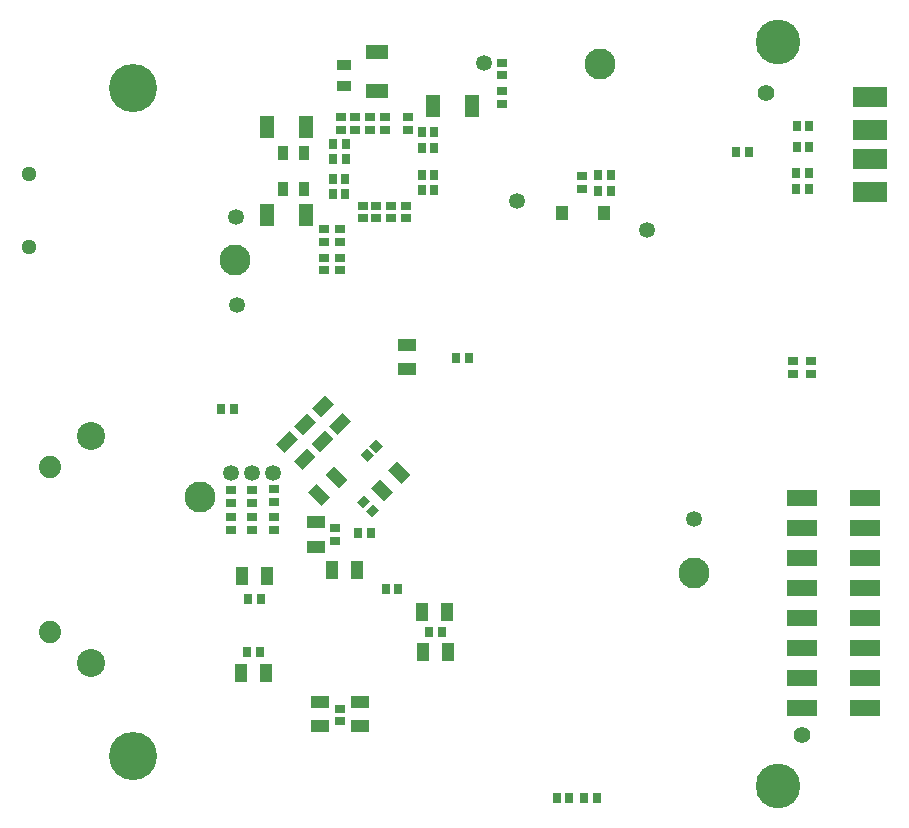
<source format=gbs>
G75*
%MOIN*%
%OFA0B0*%
%FSLAX25Y25*%
%IPPOS*%
%LPD*%
%AMOC8*
5,1,8,0,0,1.08239X$1,22.5*
%
%ADD10R,0.03015X0.03315*%
%ADD11R,0.03915X0.05115*%
%ADD12R,0.03315X0.03015*%
%ADD13R,0.06315X0.04115*%
%ADD14R,0.05115X0.07715*%
%ADD15R,0.07715X0.05115*%
%ADD16R,0.03815X0.04515*%
%ADD17R,0.04515X0.03815*%
%ADD18C,0.14915*%
%ADD19C,0.05515*%
%ADD20C,0.16063*%
%ADD21C,0.07402*%
%ADD22C,0.09370*%
%ADD23C,0.05039*%
%ADD24R,0.04115X0.06315*%
%ADD25R,0.11315X0.06815*%
%ADD26C,0.05315*%
%ADD27C,0.10315*%
%ADD28R,0.10315X0.05315*%
D10*
X0230790Y0048638D03*
X0234990Y0048638D03*
X0239845Y0048638D03*
X0244045Y0048638D03*
X0131840Y0097063D03*
X0127640Y0097063D03*
X0128034Y0114780D03*
X0132234Y0114780D03*
X0173703Y0118323D03*
X0177903Y0118323D03*
X0188270Y0103756D03*
X0192470Y0103756D03*
X0168848Y0136827D03*
X0164648Y0136827D03*
G36*
X0169520Y0146634D02*
X0171651Y0144503D01*
X0169308Y0142160D01*
X0167177Y0144291D01*
X0169520Y0146634D01*
G37*
G36*
X0166550Y0149604D02*
X0168681Y0147473D01*
X0166338Y0145130D01*
X0164207Y0147261D01*
X0166550Y0149604D01*
G37*
G36*
X0165388Y0163007D02*
X0167519Y0165138D01*
X0169862Y0162795D01*
X0167731Y0160664D01*
X0165388Y0163007D01*
G37*
G36*
X0168358Y0165977D02*
X0170489Y0168108D01*
X0172832Y0165765D01*
X0170701Y0163634D01*
X0168358Y0165977D01*
G37*
X0123179Y0178165D03*
X0118979Y0178165D03*
X0197325Y0195094D03*
X0201525Y0195094D03*
X0189904Y0251192D03*
X0185704Y0251192D03*
X0160369Y0249917D03*
X0156169Y0249917D03*
X0156169Y0254839D03*
X0160369Y0254839D03*
X0185704Y0256113D03*
X0189904Y0256113D03*
X0189904Y0265070D03*
X0185704Y0265070D03*
X0185704Y0270385D03*
X0189904Y0270385D03*
X0160376Y0266448D03*
X0156176Y0266448D03*
X0156176Y0261526D03*
X0160376Y0261526D03*
X0244569Y0256118D03*
X0248769Y0256118D03*
X0248769Y0251000D03*
X0244569Y0251000D03*
X0290632Y0263992D03*
X0294832Y0263992D03*
X0310711Y0265567D03*
X0314911Y0265567D03*
X0314911Y0272654D03*
X0310711Y0272654D03*
X0310580Y0256769D03*
X0314780Y0256769D03*
X0314780Y0251650D03*
X0310580Y0251650D03*
D11*
X0246669Y0243520D03*
X0232496Y0243520D03*
D12*
X0239189Y0251656D03*
X0239189Y0255856D03*
X0180422Y0245910D03*
X0180422Y0241710D03*
X0175501Y0241710D03*
X0175501Y0245910D03*
X0170580Y0245910D03*
X0170580Y0241710D03*
X0166150Y0241710D03*
X0166150Y0245910D03*
X0158480Y0238139D03*
X0158480Y0233939D03*
X0153362Y0233939D03*
X0153362Y0238139D03*
X0153362Y0228691D03*
X0153362Y0224491D03*
X0158480Y0224491D03*
X0158480Y0228691D03*
X0309661Y0194045D03*
X0309661Y0189845D03*
X0315567Y0189845D03*
X0315567Y0194045D03*
X0136433Y0151525D03*
X0136433Y0147325D03*
X0136433Y0142076D03*
X0136433Y0137876D03*
X0129346Y0137876D03*
X0129346Y0142076D03*
X0129346Y0146931D03*
X0129346Y0151131D03*
X0122260Y0151131D03*
X0122260Y0146931D03*
X0122260Y0142076D03*
X0122260Y0137876D03*
X0156906Y0138533D03*
X0156906Y0134333D03*
X0158480Y0078297D03*
X0158480Y0074097D03*
X0158768Y0271237D03*
X0158768Y0275437D03*
X0163690Y0275437D03*
X0163690Y0271237D03*
X0168611Y0271237D03*
X0168611Y0275437D03*
X0173532Y0275437D03*
X0173532Y0271237D03*
X0181111Y0271237D03*
X0181111Y0275437D03*
X0212417Y0280002D03*
X0212417Y0284202D03*
X0212417Y0289451D03*
X0212417Y0293651D03*
D13*
X0180921Y0199588D03*
X0180921Y0191388D03*
X0150606Y0140533D03*
X0150606Y0132333D03*
X0151787Y0080691D03*
X0151787Y0072491D03*
X0165173Y0072491D03*
X0165173Y0080691D03*
D14*
X0147060Y0242826D03*
X0134060Y0242826D03*
X0134060Y0272353D03*
X0147060Y0272353D03*
X0189537Y0279368D03*
X0202537Y0279368D03*
D15*
X0170978Y0284364D03*
X0170978Y0297364D03*
D16*
X0146420Y0263495D03*
X0139620Y0263495D03*
X0139620Y0251684D03*
X0146420Y0251684D03*
D17*
X0159760Y0285975D03*
X0159760Y0292775D03*
D18*
X0304619Y0300570D03*
X0304619Y0052570D03*
D19*
X0312619Y0069620D03*
X0300619Y0283620D03*
D20*
X0089583Y0285055D03*
X0089583Y0062417D03*
D21*
X0062024Y0103756D03*
X0062024Y0158874D03*
D22*
X0075409Y0169110D03*
X0075409Y0093520D03*
D23*
X0054937Y0232201D03*
X0054937Y0256413D03*
D24*
G36*
X0153602Y0182782D02*
X0156511Y0179873D01*
X0152048Y0175410D01*
X0149139Y0178319D01*
X0153602Y0182782D01*
G37*
G36*
X0159401Y0176984D02*
X0162310Y0174075D01*
X0157847Y0169612D01*
X0154938Y0172521D01*
X0159401Y0176984D01*
G37*
G36*
X0147697Y0176876D02*
X0150606Y0173967D01*
X0146143Y0169504D01*
X0143234Y0172413D01*
X0147697Y0176876D01*
G37*
G36*
X0153495Y0171078D02*
X0156404Y0168169D01*
X0151941Y0163706D01*
X0149032Y0166615D01*
X0153495Y0171078D01*
G37*
G36*
X0141791Y0170971D02*
X0144700Y0168062D01*
X0140237Y0163599D01*
X0137328Y0166508D01*
X0141791Y0170971D01*
G37*
G36*
X0147590Y0165173D02*
X0150499Y0162264D01*
X0146036Y0157801D01*
X0143127Y0160710D01*
X0147590Y0165173D01*
G37*
G36*
X0161128Y0154697D02*
X0158219Y0151788D01*
X0153756Y0156251D01*
X0156665Y0159160D01*
X0161128Y0154697D01*
G37*
G36*
X0155330Y0148899D02*
X0152421Y0145990D01*
X0147958Y0150453D01*
X0150867Y0153362D01*
X0155330Y0148899D01*
G37*
G36*
X0168824Y0152027D02*
X0171733Y0154936D01*
X0176196Y0150473D01*
X0173287Y0147564D01*
X0168824Y0152027D01*
G37*
G36*
X0174623Y0157826D02*
X0177532Y0160735D01*
X0181995Y0156272D01*
X0179086Y0153363D01*
X0174623Y0157826D01*
G37*
X0164155Y0124622D03*
X0155955Y0124622D03*
X0134234Y0122654D03*
X0126034Y0122654D03*
X0185876Y0110449D03*
X0194076Y0110449D03*
X0194470Y0097063D03*
X0186270Y0097063D03*
X0133840Y0090370D03*
X0125640Y0090370D03*
D25*
X0335252Y0250618D03*
X0335252Y0261618D03*
X0335252Y0271091D03*
X0335252Y0282091D03*
D26*
X0217535Y0247457D03*
X0260843Y0238008D03*
X0123835Y0242339D03*
X0124228Y0212811D03*
X0122260Y0156906D03*
X0129346Y0156906D03*
X0136039Y0156906D03*
X0276591Y0141551D03*
X0206512Y0293520D03*
D27*
X0245094Y0293126D03*
X0123441Y0227772D03*
X0112024Y0149031D03*
X0276591Y0123441D03*
D28*
X0312417Y0118559D03*
X0333677Y0118559D03*
X0333677Y0108559D03*
X0312417Y0108559D03*
X0312417Y0098559D03*
X0333677Y0098559D03*
X0333677Y0088559D03*
X0312417Y0088559D03*
X0312417Y0078559D03*
X0333677Y0078559D03*
X0333677Y0128559D03*
X0312417Y0128559D03*
X0312417Y0138559D03*
X0333677Y0138559D03*
X0333677Y0148559D03*
X0312417Y0148559D03*
M02*

</source>
